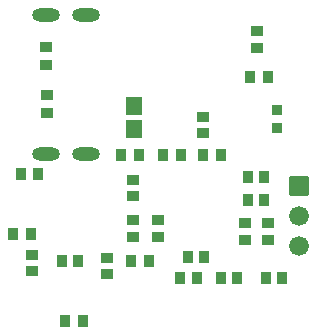
<source format=gbs>
G04 Layer: BottomSolderMaskLayer*
G04 EasyEDA v6.5.38, 2023-12-01 04:26:50*
G04 a14715bac62b4674aedb9b46894eb211,1c5aeea7b1c04971ae88c05baabc065b,10*
G04 Gerber Generator version 0.2*
G04 Scale: 100 percent, Rotated: No, Reflected: No *
G04 Dimensions in millimeters *
G04 leading zeros omitted , absolute positions ,4 integer and 5 decimal *
%FSLAX45Y45*%
%MOMM*%

%AMMACRO1*1,1,$1,$2,$3*1,1,$1,$4,$5*1,1,$1,0-$2,0-$3*1,1,$1,0-$4,0-$5*20,1,$1,$2,$3,$4,$5,0*20,1,$1,$4,$5,0-$2,0-$3,0*20,1,$1,0-$2,0-$3,0-$4,0-$5,0*20,1,$1,0-$4,0-$5,$2,$3,0*4,1,4,$2,$3,$4,$5,0-$2,0-$3,0-$4,0-$5,$2,$3,0*%
%ADD10R,1.0016X0.9016*%
%ADD11MACRO1,0.1016X0.45X-0.4X0.45X0.4*%
%ADD12MACRO1,0.1016X-0.4X-0.45X0.4X-0.45*%
%ADD13MACRO1,0.1016X0.4X0.45X-0.4X0.45*%
%ADD14R,1.4516X1.5116*%
%ADD15MACRO1,0.1016X0.432X-0.4X0.432X0.4*%
%ADD16MACRO1,0.1016X-0.4X-0.432X0.4X-0.432*%
%ADD17MACRO1,0.1016X0.4032X-0.432X0.4032X0.432*%
%ADD18MACRO1,0.1016X-0.4032X-0.432X-0.4032X0.432*%
%ADD19R,0.9656X0.9081*%
%ADD20MACRO1,0.1016X-0.4032X0.432X-0.4032X-0.432*%
%ADD21MACRO1,0.1016X0.4032X0.432X0.4032X-0.432*%
%ADD22MACRO1,0.1016X-0.432X-0.4032X0.432X-0.4032*%
%ADD23MACRO1,0.1016X-0.432X0.4032X0.432X0.4032*%
%ADD24MACRO1,0.1016X0.7874X0.7874X0.7874X-0.7874*%
%ADD25C,1.6764*%
%ADD26O,2.3520146X1.1020044*%

%LPD*%
D10*
G01*
X2933700Y4578197D03*
G01*
X2933700Y4718202D03*
D11*
G01*
X1790700Y5086499D03*
G01*
X1790700Y4946500D03*
D10*
G01*
X2006600Y4603597D03*
G01*
X2006600Y4743602D03*
G01*
X2743200Y4578197D03*
G01*
X2743200Y4718202D03*
D12*
G01*
X1327299Y4394200D03*
G01*
X1187300Y4394200D03*
D10*
G01*
X939800Y4311497D03*
G01*
X939800Y4451502D03*
D13*
G01*
X2762100Y4914900D03*
G01*
X2902099Y4914900D03*
G01*
X2762100Y5105400D03*
G01*
X2902099Y5105400D03*
D11*
G01*
X2387600Y5619899D03*
G01*
X2387600Y5479900D03*
D12*
G01*
X2330599Y4254500D03*
G01*
X2190600Y4254500D03*
G01*
X2673499Y4254500D03*
G01*
X2533500Y4254500D03*
D10*
G01*
X2844800Y6203797D03*
G01*
X2844800Y6343802D03*
D13*
G01*
X844400Y5130800D03*
G01*
X984399Y5130800D03*
D12*
G01*
X2394099Y4432300D03*
G01*
X2254100Y4432300D03*
D10*
G01*
X1574800Y4286097D03*
G01*
X1574800Y4426102D03*
D14*
G01*
X1803400Y5513400D03*
G01*
X1803400Y5713399D03*
D15*
G01*
X1790687Y4743599D03*
G01*
X1790687Y4603600D03*
D16*
G01*
X3054499Y4254512D03*
G01*
X2914500Y4254512D03*
D17*
G01*
X1778875Y4394200D03*
D18*
G01*
X1929524Y4394200D03*
D17*
G01*
X1220075Y3886200D03*
D18*
G01*
X1370724Y3886200D03*
D19*
G01*
X3009900Y5525363D03*
G01*
X3009900Y5676036D03*
D20*
G01*
X2539124Y5295900D03*
D21*
G01*
X2388475Y5295900D03*
D20*
G01*
X1840624Y5295900D03*
D21*
G01*
X1689975Y5295900D03*
D20*
G01*
X2196224Y5295900D03*
D21*
G01*
X2045575Y5295900D03*
D22*
G01*
X1066800Y5803024D03*
D23*
G01*
X1066800Y5652375D03*
D22*
G01*
X1054100Y6209424D03*
D23*
G01*
X1054100Y6058775D03*
D17*
G01*
X2782175Y5956300D03*
D18*
G01*
X2932824Y5956300D03*
D17*
G01*
X775575Y4622800D03*
D18*
G01*
X926224Y4622800D03*
D24*
G01*
X3200400Y5029200D03*
D25*
G01*
X3200400Y4775200D03*
G01*
X3200400Y4521200D03*
D26*
G01*
X1394561Y5302808D03*
G01*
X1394561Y6482791D03*
G01*
X1059561Y6482791D03*
G01*
X1059561Y5302808D03*
M02*

</source>
